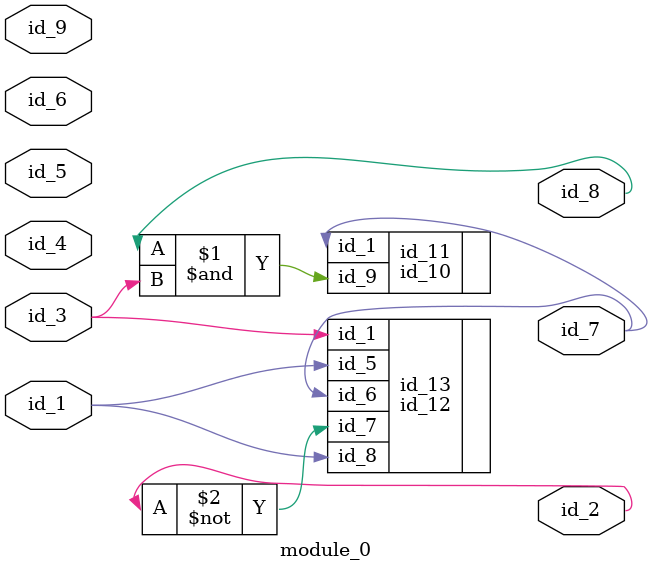
<source format=v>
`timescale 1ps / 1ps
module module_0 (
    id_1,
    id_2,
    id_3,
    id_4,
    id_5,
    id_6,
    id_7,
    id_8,
    id_9
);
  input id_9;
  output id_8;
  output id_7;
  input id_6;
  input id_5;
  input id_4;
  input id_3;
  output id_2;
  input id_1;
  id_10 id_11 (
      .id_9(id_8 & id_3),
      .id_1(id_7)
  );
  id_12 id_13 (
      .id_7(~id_2),
      .id_1(id_9),
      .id_1(id_3),
      .id_6(id_7),
      .id_5(id_1),
      .id_8(id_1)
  );
endmodule

</source>
